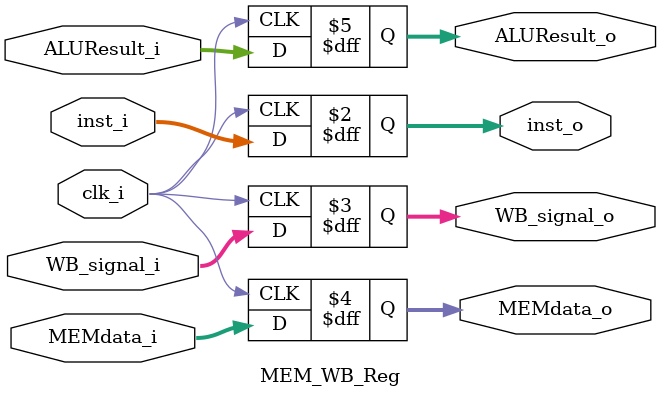
<source format=v>
module MEM_WB_Reg(
	clk_i,
    inst_i,
    WB_signal_i,
    MEMdata_i,
    ALUResult_i,
    inst_o,
    WB_signal_o,
    MEMdata_o,
    ALUResult_o
);
input	clk_i;
input	[31:0] inst_i;
input	[1:0] WB_signal_i;
input	[31:0] MEMdata_i;
input	[31:0] ALUResult_i;

output	reg [31:0] inst_o;
output	reg [1:0] WB_signal_o;
output	reg [31:0] MEMdata_o	;
output	reg [31:0] ALUResult_o;


always@(posedge clk_i) begin
	ALUResult_o <= ALUResult_i;
	WB_signal_o <= WB_signal_i;
	MEMdata_o <= MEMdata_i;
	inst_o <= inst_i;

end

endmodule
</source>
